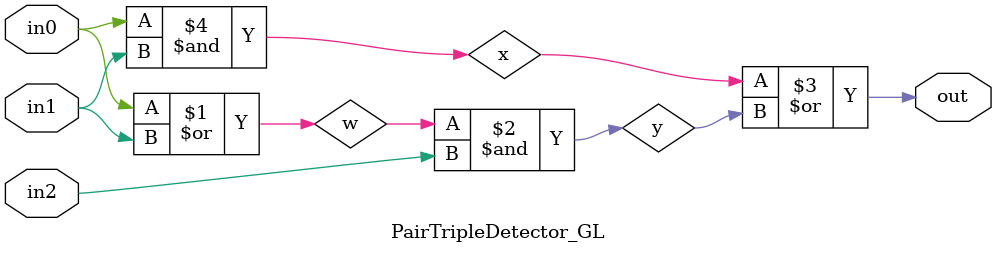
<source format=v>

`ifndef PAIR_TRIPLE_DETECTOR_GL_V
`define PAIR_TRIPLE_DETECTOR_GL_V

`include "ece2300-misc.v"

module PairTripleDetector_GL
(
  input  wire in0,
  input  wire in1,
  input  wire in2,
  output wire out
 );

  wire w;
  wire x;
  wire y;

  or(w, in0, in1);
  and(y, w, in2);
  or(out, x, y);
  and(x, in0, in1);

endmodule

`endif /* PAIR_TRIPLE_DETECTOR_GL_V */


</source>
